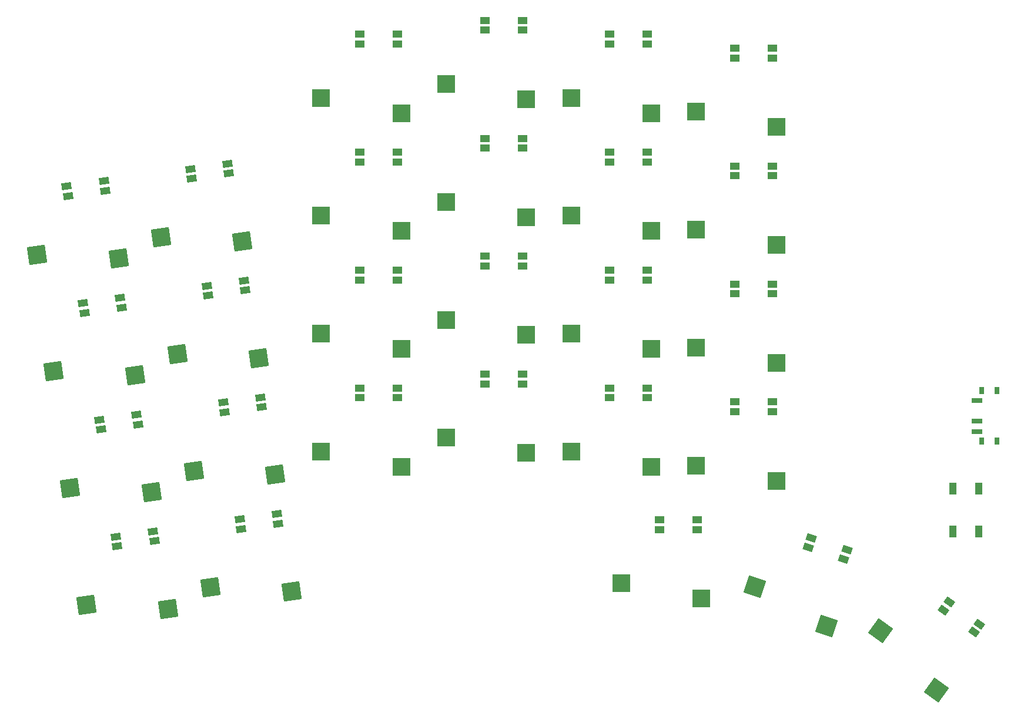
<source format=gbr>
%TF.GenerationSoftware,KiCad,Pcbnew,8.0.7-8.0.7-0~ubuntu24.04.1*%
%TF.CreationDate,2025-01-01T23:44:26+01:00*%
%TF.ProjectId,speedy-o_north-face-finished-extended_VCC,73706565-6479-42d6-9f5f-6e6f7274682d,v1.0.0*%
%TF.SameCoordinates,Original*%
%TF.FileFunction,Paste,Bot*%
%TF.FilePolarity,Positive*%
%FSLAX46Y46*%
G04 Gerber Fmt 4.6, Leading zero omitted, Abs format (unit mm)*
G04 Created by KiCad (PCBNEW 8.0.7-8.0.7-0~ubuntu24.04.1) date 2025-01-01 23:44:26*
%MOMM*%
%LPD*%
G01*
G04 APERTURE LIST*
G04 Aperture macros list*
%AMRotRect*
0 Rectangle, with rotation*
0 The origin of the aperture is its center*
0 $1 length*
0 $2 width*
0 $3 Rotation angle, in degrees counterclockwise*
0 Add horizontal line*
21,1,$1,$2,0,0,$3*%
G04 Aperture macros list end*
%ADD10R,2.600000X2.600000*%
%ADD11RotRect,2.600000X2.600000X144.000000*%
%ADD12RotRect,2.600000X2.600000X188.000000*%
%ADD13R,1.100000X1.800000*%
%ADD14RotRect,2.600000X2.600000X162.000000*%
%ADD15R,0.800000X1.000000*%
%ADD16R,1.500000X0.700000*%
%ADD17R,1.400000X1.000000*%
%ADD18RotRect,1.400000X1.000000X188.000000*%
%ADD19RotRect,1.400000X1.000000X342.000000*%
%ADD20RotRect,1.400000X1.000000X324.000000*%
%ADD21RotRect,1.400000X1.000000X8.000000*%
G04 APERTURE END LIST*
D10*
%TO.C,S15*%
X155688100Y-98956300D03*
X144138100Y-96756300D03*
%TD*%
%TO.C,S13*%
X155688100Y-132956300D03*
X144138100Y-130756300D03*
%TD*%
D11*
%TO.C,S27*%
X214765308Y-167144948D03*
X206714290Y-158576191D03*
%TD*%
D10*
%TO.C,S12*%
X137688100Y-83956300D03*
X126138100Y-81756300D03*
%TD*%
%TO.C,S22*%
X191688100Y-119956300D03*
X180138100Y-117756300D03*
%TD*%
%TO.C,S11*%
X137688100Y-100956300D03*
X126138100Y-98756300D03*
%TD*%
%TO.C,S19*%
X173688100Y-100956300D03*
X162138100Y-98756300D03*
%TD*%
%TO.C,S25*%
X180888100Y-153956300D03*
X169338100Y-151756300D03*
%TD*%
%TO.C,S16*%
X155688100Y-81956300D03*
X144138100Y-79756300D03*
%TD*%
%TO.C,S23*%
X191688100Y-102956300D03*
X180138100Y-100756300D03*
%TD*%
D12*
%TO.C,S4*%
X96973408Y-104932603D03*
X85229631Y-104361463D03*
%TD*%
D10*
%TO.C,S24*%
X191688100Y-85956300D03*
X180138100Y-83756300D03*
%TD*%
%TO.C,S20*%
X173688100Y-83956300D03*
X162138100Y-81756300D03*
%TD*%
%TO.C,S21*%
X191688100Y-136956300D03*
X180138100Y-134756300D03*
%TD*%
%TO.C,S10*%
X137688100Y-117956300D03*
X126138100Y-115756300D03*
%TD*%
D12*
%TO.C,S8*%
X114798208Y-102427503D03*
X103054431Y-101856363D03*
%TD*%
D13*
%TO.C,B2*%
X220863100Y-138106300D03*
X220863100Y-144306300D03*
X217163100Y-138106300D03*
X217163100Y-144306300D03*
%TD*%
D10*
%TO.C,S18*%
X173688100Y-117956300D03*
X162138100Y-115756300D03*
%TD*%
D14*
%TO.C,S26*%
X198889159Y-157877117D03*
X188584294Y-152215646D03*
%TD*%
D10*
%TO.C,S14*%
X155688100Y-115956300D03*
X144138100Y-113756300D03*
%TD*%
D12*
%TO.C,S2*%
X101705308Y-138601703D03*
X89961531Y-138030563D03*
%TD*%
D10*
%TO.C,S9*%
X137688100Y-134956300D03*
X126138100Y-132756300D03*
%TD*%
D12*
%TO.C,S7*%
X117164108Y-119262103D03*
X105420331Y-118690963D03*
%TD*%
%TO.C,S1*%
X104071208Y-155436303D03*
X92327431Y-154865163D03*
%TD*%
%TO.C,S6*%
X119530108Y-136096603D03*
X107786331Y-135525463D03*
%TD*%
D15*
%TO.C,T1*%
X221233100Y-131256300D03*
X223443100Y-131256300D03*
D16*
X220583100Y-129856300D03*
D15*
X221233100Y-123956300D03*
X223443100Y-123956300D03*
D16*
X220583100Y-125356300D03*
X220583100Y-128356300D03*
%TD*%
D12*
%TO.C,S5*%
X121896008Y-152931203D03*
X110152231Y-152360063D03*
%TD*%
%TO.C,S3*%
X99339308Y-121767203D03*
X87595531Y-121196063D03*
%TD*%
D10*
%TO.C,S17*%
X173688100Y-134956300D03*
X162138100Y-132756300D03*
%TD*%
D17*
%TO.C,LED24*%
X191113100Y-76006300D03*
X191113100Y-74606300D03*
X185713100Y-74606300D03*
X185713100Y-76006300D03*
%TD*%
%TO.C,LED14*%
X155113100Y-106006300D03*
X155113100Y-104606300D03*
X149713100Y-104606300D03*
X149713100Y-106006300D03*
%TD*%
D18*
%TO.C,LED8*%
X107301755Y-92019580D03*
X107496597Y-93405955D03*
X112844045Y-92654420D03*
X112649203Y-91268045D03*
%TD*%
D17*
%TO.C,LED23*%
X185713100Y-91606300D03*
X185713100Y-93006300D03*
X191113100Y-93006300D03*
X191113100Y-91606300D03*
%TD*%
D18*
%TO.C,LED6*%
X112033655Y-125688680D03*
X112228497Y-127075055D03*
X117575945Y-126323520D03*
X117381103Y-124937145D03*
%TD*%
D17*
%TO.C,LED10*%
X137113100Y-108006300D03*
X137113100Y-106606300D03*
X131713100Y-106606300D03*
X131713100Y-108006300D03*
%TD*%
%TO.C,LED15*%
X149713100Y-87606300D03*
X149713100Y-89006300D03*
X155113100Y-89006300D03*
X155113100Y-87606300D03*
%TD*%
%TO.C,LED13*%
X149713100Y-121606300D03*
X149713100Y-123006300D03*
X155113100Y-123006300D03*
X155113100Y-121606300D03*
%TD*%
D19*
%TO.C,LED26*%
X201417041Y-148236384D03*
X201849664Y-146904906D03*
X196713959Y-145236216D03*
X196281336Y-146567694D03*
%TD*%
D20*
%TO.C,LED27*%
X220148596Y-158757232D03*
X220971496Y-157624608D03*
X216602804Y-154450568D03*
X215779904Y-155583192D03*
%TD*%
D17*
%TO.C,LED21*%
X185713100Y-125606300D03*
X185713100Y-127006300D03*
X191113100Y-127006300D03*
X191113100Y-125606300D03*
%TD*%
D21*
%TO.C,LED5*%
X119941845Y-143158020D03*
X119747003Y-141771645D03*
X114399555Y-142523180D03*
X114594397Y-143909555D03*
%TD*%
D17*
%TO.C,LED17*%
X167713100Y-123606300D03*
X167713100Y-125006300D03*
X173113100Y-125006300D03*
X173113100Y-123606300D03*
%TD*%
%TO.C,LED9*%
X131713100Y-123606300D03*
X131713100Y-125006300D03*
X137113100Y-125006300D03*
X137113100Y-123606300D03*
%TD*%
%TO.C,LED19*%
X167713100Y-89606300D03*
X167713100Y-91006300D03*
X173113100Y-91006300D03*
X173113100Y-89606300D03*
%TD*%
%TO.C,LED18*%
X173113100Y-108006300D03*
X173113100Y-106606300D03*
X167713100Y-106606300D03*
X167713100Y-108006300D03*
%TD*%
%TO.C,LED25*%
X180313100Y-144006300D03*
X180313100Y-142606300D03*
X174913100Y-142606300D03*
X174913100Y-144006300D03*
%TD*%
%TO.C,LED12*%
X137113100Y-74006300D03*
X137113100Y-72606300D03*
X131713100Y-72606300D03*
X131713100Y-74006300D03*
%TD*%
%TO.C,LED16*%
X155113100Y-72006300D03*
X155113100Y-70606300D03*
X149713100Y-70606300D03*
X149713100Y-72006300D03*
%TD*%
%TO.C,LED11*%
X131713100Y-89606300D03*
X131713100Y-91006300D03*
X137113100Y-91006300D03*
X137113100Y-89606300D03*
%TD*%
D21*
%TO.C,LED7*%
X115209945Y-109488920D03*
X115015103Y-108102545D03*
X109667655Y-108854080D03*
X109862497Y-110240455D03*
%TD*%
%TO.C,LED3*%
X97385145Y-111994020D03*
X97190303Y-110607645D03*
X91842855Y-111359180D03*
X92037697Y-112745555D03*
%TD*%
D17*
%TO.C,LED22*%
X191113100Y-110006300D03*
X191113100Y-108606300D03*
X185713100Y-108606300D03*
X185713100Y-110006300D03*
%TD*%
D21*
%TO.C,LED1*%
X102117045Y-145663120D03*
X101922203Y-144276745D03*
X96574755Y-145028280D03*
X96769597Y-146414655D03*
%TD*%
D18*
%TO.C,LED4*%
X89476955Y-94524680D03*
X89671797Y-95911055D03*
X95019245Y-95159520D03*
X94824403Y-93773145D03*
%TD*%
%TO.C,LED2*%
X94208755Y-128193780D03*
X94403597Y-129580155D03*
X99751045Y-128828620D03*
X99556203Y-127442245D03*
%TD*%
D17*
%TO.C,LED20*%
X173113100Y-74006300D03*
X173113100Y-72606300D03*
X167713100Y-72606300D03*
X167713100Y-74006300D03*
%TD*%
M02*

</source>
